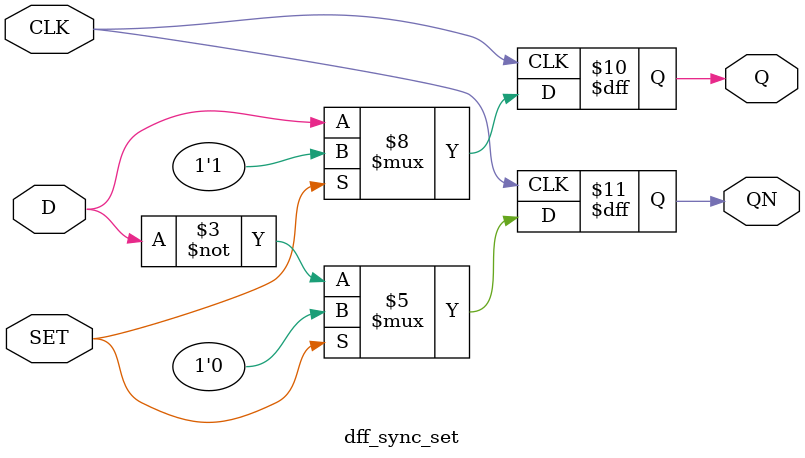
<source format=v>
module dff_sync_set (CLK, D, SET, Q, QN);
    input CLK, D, SET;
    output reg Q, QN;
    always @ (posedge CLK)
        if (SET==1) begin Q <= 1; QN <= 0; end
        else begin Q <= D; QN <= ~D; end
endmodule

</source>
